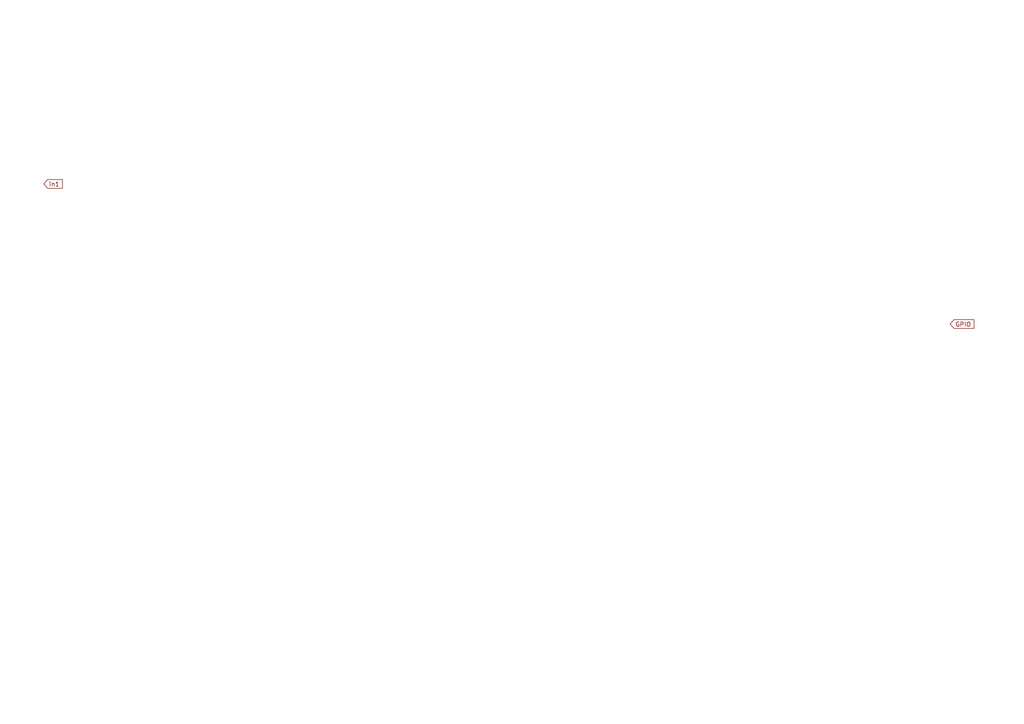
<source format=kicad_sch>
(kicad_sch
	(version 20231120)
	(generator "eeschema")
	(generator_version "8.0")
	(uuid "472bed67-50b7-4f45-8622-f3324647bdef")
	(paper "A4")
	(lib_symbols)
	(global_label "in1"
		(shape input)
		(at 12.7 53.34 0)
		(fields_autoplaced yes)
		(effects
			(font
				(size 1.27 1.27)
			)
			(justify left)
		)
		(uuid "630f53e9-306d-470a-b421-c948c7e31662")
		(property "Intersheetrefs" "${INTERSHEET_REFS}"
			(at 18.6485 53.34 0)
			(effects
				(font
					(size 1.27 1.27)
				)
				(justify left)
				(hide yes)
			)
		)
	)
	(global_label "GPIO"
		(shape input)
		(at 275.59 93.98 0)
		(fields_autoplaced yes)
		(effects
			(font
				(size 1.27 1.27)
			)
			(justify left)
		)
		(uuid "a15635d3-9f58-4328-8ff0-9684023b6a52")
		(property "Intersheetrefs" "${INTERSHEET_REFS}"
			(at 283.0505 93.98 0)
			(effects
				(font
					(size 1.27 1.27)
				)
				(justify left)
				(hide yes)
			)
		)
	)
)

</source>
